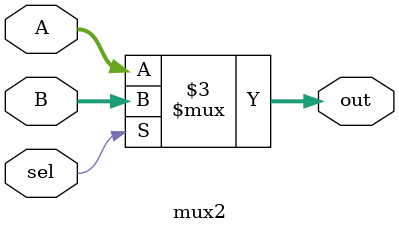
<source format=v>
`timescale 1ns / 1ps

module mux2 #(parameter WIDTH = 4) (
    input [WIDTH-1:0] A, B,
    input sel,
    output reg [WIDTH-1:0] out);
always @(*) begin
    if (sel) out = B;
    else     out = A;
end
endmodule
</source>
